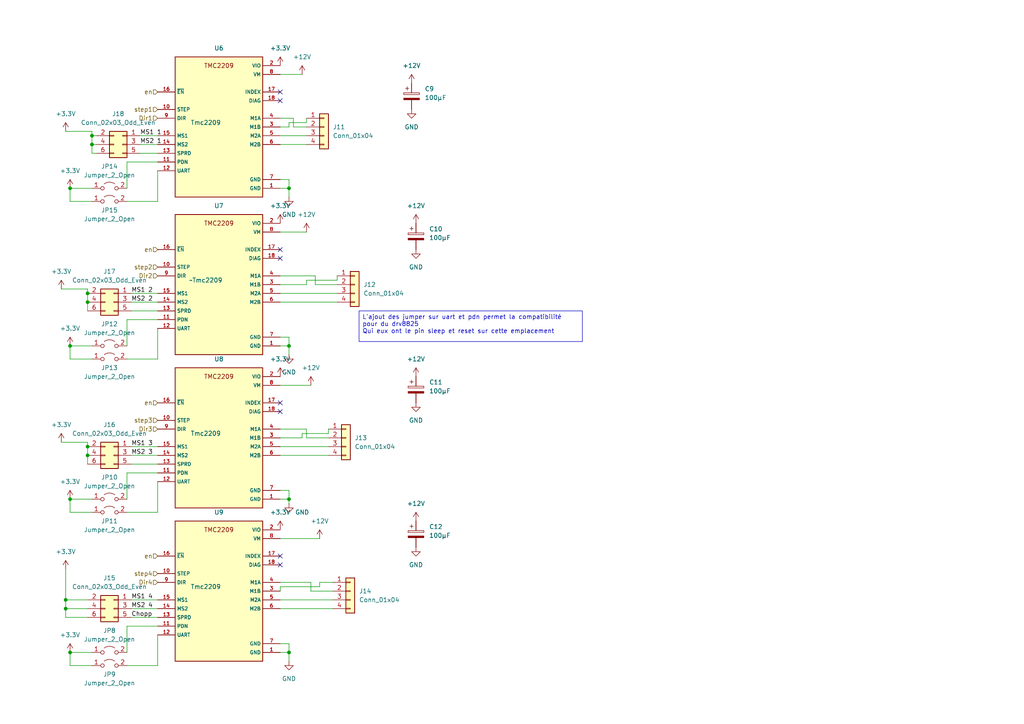
<source format=kicad_sch>
(kicad_sch (version 20230121) (generator eeschema)
  (paper "A4")
  (lib_symbols
    (symbol "Connector_Generic:Conn_01x04" (pin_names (offset 1.016) hide)
      (property "Reference" "J" (at 0 5.08 0))
      (property "Value" "Conn_01x04" (at 0 -7.62 0))
      (symbol "Conn_01x04_1_1"
        (rectangle (start -1.27 -4.953) (end 0 -5.207) (stroke (width 0.1524)))
        (rectangle (start -1.27 -2.413) (end 0 -2.667) (stroke (width 0.1524)))
        (rectangle (start -1.27 0.127) (end 0 -0.127) (stroke (width 0.1524)))
        (rectangle (start -1.27 2.667) (end 0 2.413) (stroke (width 0.1524)))
        (rectangle (start -1.27 3.81) (end 1.27 -6.35) (stroke (width 0.254)) (fill (type background)))
        (pin passive line (at -5.08 2.54 0) (length 3.81) (name "Pin_1") (number "1"))
        (pin passive line (at -5.08 0 0) (length 3.81) (name "Pin_2") (number "2"))
        (pin passive line (at -5.08 -2.54 0) (length 3.81) (name "Pin_3") (number "3"))
        (pin passive line (at -5.08 -5.08 0) (length 3.81) (name "Pin_4") (number "4"))
      )
    )
    (symbol "Connector_Generic:Conn_02x03_Odd_Even" (pin_names (offset 1.016) hide)
      (property "Reference" "J" (at 1.27 5.08 0))
      (property "Value" "Conn_02x03_Odd_Even" (at 1.27 -5.08 0))
      (symbol "Conn_02x03_Odd_Even_1_1"
        (rectangle (start -1.27 -2.413) (end 0 -2.667) (stroke (width 0.1524)))
        (rectangle (start -1.27 0.127) (end 0 -0.127) (stroke (width 0.1524)))
        (rectangle (start -1.27 2.667) (end 0 2.413) (stroke (width 0.1524)))
        (rectangle (start -1.27 3.81) (end 3.81 -3.81) (stroke (width 0.254)) (fill (type background)))
        (rectangle (start 3.81 -2.413) (end 2.54 -2.667) (stroke (width 0.1524)))
        (rectangle (start 3.81 0.127) (end 2.54 -0.127) (stroke (width 0.1524)))
        (rectangle (start 3.81 2.667) (end 2.54 2.413) (stroke (width 0.1524)))
        (pin passive line (at -5.08 2.54 0) (length 3.81) (name "Pin_1") (number "1"))
        (pin passive line (at 7.62 2.54 180) (length 3.81) (name "Pin_2") (number "2"))
        (pin passive line (at -5.08 0 0) (length 3.81) (name "Pin_3") (number "3"))
        (pin passive line (at 7.62 0 180) (length 3.81) (name "Pin_4") (number "4"))
        (pin passive line (at -5.08 -2.54 0) (length 3.81) (name "Pin_5") (number "5"))
        (pin passive line (at 7.62 -2.54 180) (length 3.81) (name "Pin_6") (number "6"))
      )
    )
    (symbol "Device:C_Polarized" (pin_numbers hide) (pin_names (offset 0.254))
      (property "Reference" "C" (at 0.635 2.54 0))
      (property "Value" "C_Polarized" (at 0.635 -2.54 0))
      (symbol "C_Polarized_0_1"
        (rectangle (start -2.286 0.508) (end 2.286 1.016))
        (polyline (pts (xy -1.778 2.286) (xy -0.762 2.286)))
        (polyline (pts (xy -1.27 2.794) (xy -1.27 1.778)))
        (rectangle (start 2.286 -0.508) (end -2.286 -1.016) (fill (type outline)))
      )
      (symbol "C_Polarized_1_1"
        (pin passive line (at 0 3.81 270) (length 2.794) (name "~") (number "1"))
        (pin passive line (at 0 -3.81 90) (length 2.794) (name "~") (number "2"))
      )
    )
    (symbol "Jumper:Jumper_2_Open" (pin_names (offset 0) hide)
      (property "Reference" "JP" (at 0 2.794 0))
      (property "Value" "Jumper_2_Open" (at 0 -2.286 0))
      (symbol "Jumper_2_Open_0_0"
        (circle (center -2.032 0) (radius 0.508))
        (circle (center 2.032 0) (radius 0.508))
      )
      (symbol "Jumper_2_Open_0_1"
        (arc (start 1.524 1.27) (mid 0 1.778) (end -1.524 1.27))
      )
      (symbol "Jumper_2_Open_1_1"
        (pin passive line (at -5.08 0 0) (length 2.54) (name "A") (number "1"))
        (pin passive line (at 5.08 0 180) (length 2.54) (name "B") (number "2"))
      )
    )
    (symbol "TMC22XX_BreakOut_1"
      (property "Reference" "U" (at 0 21.59 0))
      (symbol "TMC22XX_BreakOut_1_0_0"
        (rectangle (start -12.7 19.05) (end 12.7 -21.59) (stroke (width 0.254)) (fill (type background)))
        (pin power_in line (at 17.78 -19.05 180) (length 5.08) (name "GND") (number "1"))
        (pin input line (at -17.78 3.81 0) (length 5.08) (name "STEP") (number "10"))
        (pin bidirectional line (at -17.78 -11.43 0) (length 5.08) (name "PDN") (number "11"))
        (pin bidirectional line (at -17.78 -13.97 0) (length 5.08) (name "UART") (number "12"))
        (pin input line (at -17.78 -8.89 0) (length 5.08) (name "SPRD") (number "13"))
        (pin input line (at -17.78 -6.35 0) (length 5.08) (name "MS2") (number "14"))
        (pin input line (at -17.78 -3.81 0) (length 5.08) (name "MS1") (number "15"))
        (pin input line (at -17.78 8.89 0) (length 5.08) (name "~{EN}") (number "16"))
        (pin output line (at 17.78 8.89 180) (length 5.08) (name "INDEX") (number "17"))
        (pin output line (at 17.78 6.35 180) (length 5.08) (name "DIAG") (number "18"))
        (pin power_in line (at 17.78 16.51 180) (length 5.08) (name "VIO") (number "2"))
        (pin output line (at 17.78 -1.27 180) (length 5.08) (name "M1B") (number "3"))
        (pin output line (at 17.78 1.27 180) (length 5.08) (name "M1A") (number "4"))
        (pin output line (at 17.78 -3.81 180) (length 5.08) (name "M2A") (number "5"))
        (pin output line (at 17.78 -6.35 180) (length 5.08) (name "M2B") (number "6"))
        (pin power_in line (at 17.78 -16.51 180) (length 5.08) (name "GND") (number "7"))
        (pin power_in line (at 17.78 13.97 180) (length 5.08) (name "VM") (number "8"))
        (pin input line (at -17.78 1.27 0) (length 5.08) (name "DIR") (number "9"))
      )
      (symbol "TMC22XX_BreakOut_1_1_1"
        (text "TMC2209\n" (at 0 16.51 0) (effects (font (size 1.27 1.27))))
      )
    )
    (symbol "TMC22XX_BreakOut_2"
      (property "Reference" "U" (at 0 21.59 0))
      (symbol "TMC22XX_BreakOut_2_0_0"
        (rectangle (start -12.7 19.05) (end 12.7 -21.59) (stroke (width 0.254)) (fill (type background)))
        (pin power_in line (at 17.78 -19.05 180) (length 5.08) (name "GND") (number "1"))
        (pin input line (at -17.78 3.81 0) (length 5.08) (name "STEP") (number "10"))
        (pin bidirectional line (at -17.78 -11.43 0) (length 5.08) (name "PDN") (number "11"))
        (pin bidirectional line (at -17.78 -13.97 0) (length 5.08) (name "UART") (number "12"))
        (pin input line (at -17.78 -8.89 0) (length 5.08) (name "SPRD") (number "13"))
        (pin input line (at -17.78 -6.35 0) (length 5.08) (name "MS2") (number "14"))
        (pin input line (at -17.78 -3.81 0) (length 5.08) (name "MS1") (number "15"))
        (pin input line (at -17.78 8.89 0) (length 5.08) (name "~{EN}") (number "16"))
        (pin output line (at 17.78 8.89 180) (length 5.08) (name "INDEX") (number "17"))
        (pin output line (at 17.78 6.35 180) (length 5.08) (name "DIAG") (number "18"))
        (pin power_in line (at 17.78 16.51 180) (length 5.08) (name "VIO") (number "2"))
        (pin output line (at 17.78 -1.27 180) (length 5.08) (name "M1B") (number "3"))
        (pin output line (at 17.78 1.27 180) (length 5.08) (name "M1A") (number "4"))
        (pin output line (at 17.78 -3.81 180) (length 5.08) (name "M2A") (number "5"))
        (pin output line (at 17.78 -6.35 180) (length 5.08) (name "M2B") (number "6"))
        (pin power_in line (at 17.78 -16.51 180) (length 5.08) (name "GND") (number "7"))
        (pin power_in line (at 17.78 13.97 180) (length 5.08) (name "VM") (number "8"))
        (pin input line (at -17.78 1.27 0) (length 5.08) (name "DIR") (number "9"))
      )
      (symbol "TMC22XX_BreakOut_2_1_1"
        (text "TMC2209\n" (at 0 16.51 0) (effects (font (size 1.27 1.27))))
      )
    )
    (symbol "TMC22XX_BreakOut_3"
      (property "Reference" "U" (at 0 21.59 0))
      (symbol "TMC22XX_BreakOut_3_0_0"
        (rectangle (start -12.7 19.05) (end 12.7 -21.59) (stroke (width 0.254)) (fill (type background)))
        (pin power_in line (at 17.78 -19.05 180) (length 5.08) (name "GND") (number "1"))
        (pin input line (at -17.78 3.81 0) (length 5.08) (name "STEP") (number "10"))
        (pin bidirectional line (at -17.78 -11.43 0) (length 5.08) (name "PDN") (number "11"))
        (pin bidirectional line (at -17.78 -13.97 0) (length 5.08) (name "UART") (number "12"))
        (pin input line (at -17.78 -8.89 0) (length 5.08) (name "SPRD") (number "13"))
        (pin input line (at -17.78 -6.35 0) (length 5.08) (name "MS2") (number "14"))
        (pin input line (at -17.78 -3.81 0) (length 5.08) (name "MS1") (number "15"))
        (pin input line (at -17.78 8.89 0) (length 5.08) (name "~{EN}") (number "16"))
        (pin output line (at 17.78 8.89 180) (length 5.08) (name "INDEX") (number "17"))
        (pin output line (at 17.78 6.35 180) (length 5.08) (name "DIAG") (number "18"))
        (pin power_in line (at 17.78 16.51 180) (length 5.08) (name "VIO") (number "2"))
        (pin output line (at 17.78 -1.27 180) (length 5.08) (name "M1B") (number "3"))
        (pin output line (at 17.78 1.27 180) (length 5.08) (name "M1A") (number "4"))
        (pin output line (at 17.78 -3.81 180) (length 5.08) (name "M2A") (number "5"))
        (pin output line (at 17.78 -6.35 180) (length 5.08) (name "M2B") (number "6"))
        (pin power_in line (at 17.78 -16.51 180) (length 5.08) (name "GND") (number "7"))
        (pin power_in line (at 17.78 13.97 180) (length 5.08) (name "VM") (number "8"))
        (pin input line (at -17.78 1.27 0) (length 5.08) (name "DIR") (number "9"))
      )
      (symbol "TMC22XX_BreakOut_3_1_1"
        (text "TMC2209\n" (at 0 16.51 0) (effects (font (size 1.27 1.27))))
      )
    )
    (symbol "Tmc:TMC22XX_BreakOut"
      (property "Reference" "U" (at 0 21.59 0))
      (symbol "TMC22XX_BreakOut_0_0"
        (rectangle (start -12.7 19.05) (end 12.7 -21.59) (stroke (width 0.254)) (fill (type background)))
        (pin power_in line (at 17.78 -19.05 180) (length 5.08) (name "GND") (number "1"))
        (pin input line (at -17.78 3.81 0) (length 5.08) (name "STEP") (number "10"))
        (pin bidirectional line (at -17.78 -11.43 0) (length 5.08) (name "PDN") (number "11"))
        (pin bidirectional line (at -17.78 -13.97 0) (length 5.08) (name "UART") (number "12"))
        (pin input line (at -17.78 -8.89 0) (length 5.08) (name "SPRD") (number "13"))
        (pin input line (at -17.78 -6.35 0) (length 5.08) (name "MS2") (number "14"))
        (pin input line (at -17.78 -3.81 0) (length 5.08) (name "MS1") (number "15"))
        (pin input line (at -17.78 8.89 0) (length 5.08) (name "~{EN}") (number "16"))
        (pin output line (at 17.78 8.89 180) (length 5.08) (name "INDEX") (number "17"))
        (pin output line (at 17.78 6.35 180) (length 5.08) (name "DIAG") (number "18"))
        (pin power_in line (at 17.78 16.51 180) (length 5.08) (name "VIO") (number "2"))
        (pin output line (at 17.78 -1.27 180) (length 5.08) (name "M1B") (number "3"))
        (pin output line (at 17.78 1.27 180) (length 5.08) (name "M1A") (number "4"))
        (pin output line (at 17.78 -3.81 180) (length 5.08) (name "M2A") (number "5"))
        (pin output line (at 17.78 -6.35 180) (length 5.08) (name "M2B") (number "6"))
        (pin power_in line (at 17.78 -16.51 180) (length 5.08) (name "GND") (number "7"))
        (pin power_in line (at 17.78 13.97 180) (length 5.08) (name "VM") (number "8"))
        (pin input line (at -17.78 1.27 0) (length 5.08) (name "DIR") (number "9"))
      )
      (symbol "TMC22XX_BreakOut_1_1"
        (text "TMC2209\n" (at 0 16.51 0) (effects (font (size 1.27 1.27))))
      )
    )
    (symbol "power:+12V" (power) (pin_names (offset 0))
      (property "Value" "+12V" (at 0 3.556 0))
      (symbol "+12V_0_1"
        (polyline (pts (xy -0.762 1.27) (xy 0 2.54)))
        (polyline (pts (xy 0 0) (xy 0 2.54)))
        (polyline (pts (xy 0 2.54) (xy 0.762 1.27)))
      )
      (symbol "+12V_1_1"
        (pin power_in line (at 0 0 90) (length 0) hide (name "+12V") (number "1"))
      )
    )
    (symbol "power:+3.3V" (power) (pin_names (offset 0))
      (property "Value" "+3.3V" (at 0 3.556 0))
      (symbol "+3.3V_0_1"
        (polyline (pts (xy -0.762 1.27) (xy 0 2.54)))
        (polyline (pts (xy 0 0) (xy 0 2.54)))
        (polyline (pts (xy 0 2.54) (xy 0.762 1.27)))
      )
      (symbol "+3.3V_1_1"
        (pin power_in line (at 0 0 90) (length 0) hide (name "+3.3V") (number "1"))
      )
    )
    (symbol "power:GND" (power) (pin_names (offset 0))
      (property "Value" "GND" (at 0 -3.81 0))
      (symbol "GND_0_1"
        (polyline (pts (xy 0 0) (xy 0 -1.27) (xy 1.27 -1.27) (xy 0 -2.54) (xy -1.27 -1.27) (xy 0 -1.27)))
      )
      (symbol "GND_1_1"
        (pin power_in line (at 0 0 270) (length 0) hide (name "GND") (number "1"))
      )
    )
  )
  (junction (at 20.32 144.78))
  (junction (at 19.05 173.99))
  (junction (at 19.05 176.53))
  (junction (at 26.67 41.91))
  (junction (at 25.4 129.54))
  (junction (at 26.67 39.37))
  (junction (at 83.82 189.23))
  (junction (at 25.4 132.08))
  (junction (at 83.82 100.33))
  (junction (at 83.82 144.78))
  (junction (at 20.32 54.61))
  (junction (at 20.32 189.23))
  (junction (at 83.82 54.61))
  (junction (at 25.4 87.63))
  (junction (at 20.32 100.33))
  (junction (at 25.4 85.09))
  (no_connect (at 81.28 74.93))
  (no_connect (at 81.28 163.83))
  (no_connect (at 81.28 119.38))
  (no_connect (at 81.28 72.39))
  (no_connect (at 81.28 116.84))
  (no_connect (at 81.28 26.67))
  (no_connect (at 81.28 161.29))
  (no_connect (at 81.28 29.21))
  (wire (pts (xy 27.94 39.37) (xy 26.67 39.37)))
  (wire (pts (xy 91.44 82.55) (xy 97.79 82.55)))
  (wire (pts (xy 20.32 100.33) (xy 26.67 100.33)))
  (wire (pts (xy 90.17 111.76) (xy 81.28 111.76)))
  (wire (pts (xy 83.82 142.24) (xy 81.28 142.24)))
  (wire (pts (xy 25.4 129.54) (xy 25.4 132.08)))
  (wire (pts (xy 26.67 44.45) (xy 27.94 44.45)))
  (wire (pts (xy 19.05 173.99) (xy 25.4 173.99)))
  (wire (pts (xy 36.83 58.42) (xy 45.72 58.42)))
  (wire (pts (xy 38.1 87.63) (xy 45.72 87.63)))
  (wire (pts (xy 83.82 186.69) (xy 81.28 186.69)))
  (wire (pts (xy 83.82 142.24) (xy 83.82 144.78)))
  (wire (pts (xy 45.72 137.16) (xy 36.83 137.16)))
  (wire (pts (xy 26.67 41.91) (xy 26.67 44.45)))
  (wire (pts (xy 17.78 83.82) (xy 25.4 83.82)))
  (wire (pts (xy 40.64 39.37) (xy 45.72 39.37)))
  (wire (pts (xy 81.28 124.46) (xy 88.9 124.46)))
  (wire (pts (xy 19.05 165.1) (xy 19.05 173.99)))
  (wire (pts (xy 90.17 168.91) (xy 90.17 171.45)))
  (wire (pts (xy 87.63 125.73) (xy 95.25 125.73)))
  (wire (pts (xy 83.82 54.61) (xy 81.28 54.61)))
  (wire (pts (xy 36.83 92.71) (xy 36.83 100.33)))
  (wire (pts (xy 27.94 41.91) (xy 26.67 41.91)))
  (wire (pts (xy 25.4 83.82) (xy 25.4 85.09)))
  (wire (pts (xy 20.32 189.23) (xy 26.67 189.23)))
  (wire (pts (xy 83.82 189.23) (xy 81.28 189.23)))
  (wire (pts (xy 88.9 67.31) (xy 81.28 67.31)))
  (wire (pts (xy 88.9 124.46) (xy 88.9 127)))
  (wire (pts (xy 96.52 173.99) (xy 81.28 173.99)))
  (wire (pts (xy 83.82 100.33) (xy 83.82 102.87)))
  (wire (pts (xy 38.1 85.09) (xy 45.72 85.09)))
  (wire (pts (xy 88.9 39.37) (xy 81.28 39.37)))
  (wire (pts (xy 96.52 176.53) (xy 81.28 176.53)))
  (wire (pts (xy 91.44 80.01) (xy 91.44 82.55)))
  (wire (pts (xy 88.9 81.28) (xy 97.79 81.28)))
  (wire (pts (xy 81.28 82.55) (xy 88.9 82.55)))
  (wire (pts (xy 81.28 80.01) (xy 91.44 80.01)))
  (wire (pts (xy 81.28 170.18) (xy 81.28 171.45)))
  (wire (pts (xy 38.1 176.53) (xy 45.72 176.53)))
  (wire (pts (xy 83.82 52.07) (xy 81.28 52.07)))
  (wire (pts (xy 26.67 39.37) (xy 26.67 41.91)))
  (wire (pts (xy 26.67 58.42) (xy 20.32 58.42)))
  (wire (pts (xy 81.28 127) (xy 87.63 127)))
  (wire (pts (xy 40.64 44.45) (xy 45.72 44.45)))
  (wire (pts (xy 38.1 134.62) (xy 45.72 134.62)))
  (wire (pts (xy 83.82 35.56) (xy 88.9 35.56)))
  (wire (pts (xy 83.82 97.79) (xy 83.82 100.33)))
  (wire (pts (xy 36.83 181.61) (xy 36.83 189.23)))
  (wire (pts (xy 96.52 168.91) (xy 92.71 168.91)))
  (wire (pts (xy 45.72 46.99) (xy 36.83 46.99)))
  (wire (pts (xy 85.09 36.83) (xy 88.9 36.83)))
  (wire (pts (xy 36.83 148.59) (xy 45.72 148.59)))
  (wire (pts (xy 38.1 179.07) (xy 45.72 179.07)))
  (wire (pts (xy 26.67 104.14) (xy 20.32 104.14)))
  (wire (pts (xy 20.32 58.42) (xy 20.32 54.61)))
  (wire (pts (xy 83.82 144.78) (xy 81.28 144.78)))
  (wire (pts (xy 83.82 189.23) (xy 83.82 191.77)))
  (wire (pts (xy 36.83 193.04) (xy 45.72 193.04)))
  (wire (pts (xy 38.1 129.54) (xy 45.72 129.54)))
  (wire (pts (xy 81.28 34.29) (xy 85.09 34.29)))
  (wire (pts (xy 40.64 41.91) (xy 45.72 41.91)))
  (wire (pts (xy 19.05 173.99) (xy 19.05 176.53)))
  (wire (pts (xy 97.79 85.09) (xy 81.28 85.09)))
  (wire (pts (xy 88.9 41.91) (xy 81.28 41.91)))
  (wire (pts (xy 36.83 137.16) (xy 36.83 144.78)))
  (wire (pts (xy 83.82 54.61) (xy 83.82 57.15)))
  (wire (pts (xy 83.82 144.78) (xy 83.82 146.05)))
  (wire (pts (xy 81.28 168.91) (xy 90.17 168.91)))
  (wire (pts (xy 83.82 52.07) (xy 83.82 54.61)))
  (wire (pts (xy 81.28 36.83) (xy 83.82 36.83)))
  (wire (pts (xy 97.79 81.28) (xy 97.79 80.01)))
  (wire (pts (xy 83.82 186.69) (xy 83.82 189.23)))
  (wire (pts (xy 19.05 176.53) (xy 19.05 179.07)))
  (wire (pts (xy 36.83 46.99) (xy 36.83 54.61)))
  (wire (pts (xy 83.82 100.33) (xy 81.28 100.33)))
  (wire (pts (xy 83.82 36.83) (xy 83.82 35.56)))
  (wire (pts (xy 20.32 193.04) (xy 20.32 189.23)))
  (wire (pts (xy 19.05 176.53) (xy 25.4 176.53)))
  (wire (pts (xy 20.32 144.78) (xy 26.67 144.78)))
  (wire (pts (xy 83.82 97.79) (xy 81.28 97.79)))
  (wire (pts (xy 90.17 171.45) (xy 96.52 171.45)))
  (wire (pts (xy 97.79 87.63) (xy 81.28 87.63)))
  (wire (pts (xy 95.25 132.08) (xy 81.28 132.08)))
  (wire (pts (xy 38.1 173.99) (xy 45.72 173.99)))
  (wire (pts (xy 25.4 128.27) (xy 25.4 129.54)))
  (wire (pts (xy 20.32 54.61) (xy 26.67 54.61)))
  (wire (pts (xy 38.1 132.08) (xy 45.72 132.08)))
  (wire (pts (xy 85.09 34.29) (xy 85.09 36.83)))
  (wire (pts (xy 26.67 38.1) (xy 26.67 39.37)))
  (wire (pts (xy 19.05 38.1) (xy 26.67 38.1)))
  (wire (pts (xy 45.72 181.61) (xy 36.83 181.61)))
  (wire (pts (xy 88.9 127) (xy 95.25 127)))
  (wire (pts (xy 45.72 193.04) (xy 45.72 184.15)))
  (wire (pts (xy 92.71 156.21) (xy 81.28 156.21)))
  (wire (pts (xy 87.63 127) (xy 87.63 125.73)))
  (wire (pts (xy 95.25 125.73) (xy 95.25 124.46)))
  (wire (pts (xy 88.9 35.56) (xy 88.9 34.29)))
  (wire (pts (xy 45.72 148.59) (xy 45.72 139.7)))
  (wire (pts (xy 20.32 104.14) (xy 20.32 100.33)))
  (wire (pts (xy 92.71 168.91) (xy 92.71 170.18)))
  (wire (pts (xy 25.4 85.09) (xy 25.4 87.63)))
  (wire (pts (xy 45.72 92.71) (xy 36.83 92.71)))
  (wire (pts (xy 45.72 104.14) (xy 45.72 95.25)))
  (wire (pts (xy 36.83 104.14) (xy 45.72 104.14)))
  (wire (pts (xy 45.72 58.42) (xy 45.72 49.53)))
  (wire (pts (xy 19.05 179.07) (xy 25.4 179.07)))
  (wire (pts (xy 17.78 128.27) (xy 25.4 128.27)))
  (wire (pts (xy 95.25 129.54) (xy 81.28 129.54)))
  (wire (pts (xy 25.4 87.63) (xy 25.4 90.17)))
  (wire (pts (xy 26.67 148.59) (xy 20.32 148.59)))
  (wire (pts (xy 92.71 170.18) (xy 81.28 170.18)))
  (wire (pts (xy 25.4 132.08) (xy 25.4 134.62)))
  (wire (pts (xy 26.67 193.04) (xy 20.32 193.04)))
  (wire (pts (xy 20.32 148.59) (xy 20.32 144.78)))
  (wire (pts (xy 87.63 21.59) (xy 81.28 21.59)))
  (wire (pts (xy 88.9 82.55) (xy 88.9 81.28)))
  (wire (pts (xy 38.1 90.17) (xy 45.72 90.17)))
  (text_box "L'ajout des jumper sur uart et pdn permet la compatibilité pour du drv8825\nQui eux ont le pin sleep et reset sur cette emplacement" (at 104.14 90.17 0) (size 64.77 8.89) (effects (font (size 1.27 1.27)) (justify left top)))
  (label "MS1 2" (at 38.1 85.09 0))
  (label "Chopp" (at 38.1 179.07 0))
  (label "MS2 2" (at 38.1 87.63 0))
  (label "MS1 3" (at 38.1 129.54 0))
  (label "MS2 3" (at 38.1 132.08 0))
  (label "MS2 4" (at 38.1 176.53 0))
  (label "MS2 1" (at 40.64 41.91 0))
  (label "MS1 4" (at 38.1 173.99 0))
  (label "MS1 1" (at 40.64 39.37 0))
  (hierarchical_label "Dir2" (shape input) (at 45.72 80.01 180))
  (hierarchical_label "step1" (shape input) (at 45.72 31.75 180))
  (hierarchical_label "step3" (shape input) (at 45.72 121.92 180))
  (hierarchical_label "Dir1" (shape input) (at 45.72 34.29 180))
  (hierarchical_label "en" (shape input) (at 45.72 26.67 180))
  (hierarchical_label "en" (shape input) (at 45.72 161.29 180))
  (hierarchical_label "Dir4" (shape input) (at 45.72 168.91 180))
  (hierarchical_label "en" (shape input) (at 45.72 72.39 180))
  (hierarchical_label "step4" (shape input) (at 45.72 166.37 180))
  (hierarchical_label "step2" (shape input) (at 45.72 77.47 180))
  (hierarchical_label "Dir3" (shape input) (at 45.72 124.46 180))
  (hierarchical_label "en" (shape input) (at 45.72 116.84 180))
  (symbol (lib_id "Jumper:Jumper_2_Open") (at 31.75 193.04 0) (unit 1)
    (property "Reference" "JP9" (at 31.75 195.58 0))
    (property "Value" "Jumper_2_Open" (at 31.75 198.12 0))
    (property "Footprint" "Jumper:SolderJumper-2_P1.3mm_Open_Pad1.0x1.5mm" (effects hide))
  )
  (symbol (lib_id "Jumper:Jumper_2_Open") (at 31.75 148.59 0) (unit 1)
    (property "Reference" "JP11" (at 31.75 151.13 0))
    (property "Value" "Jumper_2_Open" (at 31.75 153.67 0))
    (property "Footprint" "Jumper:SolderJumper-2_P1.3mm_Open_Pad1.0x1.5mm" (effects hide))
  )
  (symbol (lib_id "power:+12V") (at 90.17 111.76 0) (unit 1)
    (property "Reference" "#PWR045" (effects hide))
    (property "Value" "+12V" (at 90.17 106.68 0))
  )
  (symbol (lib_id "Jumper:Jumper_2_Open") (at 31.75 58.42 0) (unit 1)
    (property "Reference" "JP15" (at 31.75 60.96 0))
    (property "Value" "Jumper_2_Open" (at 31.75 63.5 0))
    (property "Footprint" "Jumper:SolderJumper-2_P1.3mm_Open_Pad1.0x1.5mm" (effects hide))
  )
  (symbol (lib_id "power:+12V") (at 92.71 156.21 0) (unit 1)
    (property "Reference" "#PWR046" (effects hide))
    (property "Value" "+12V" (at 92.71 151.13 0))
  )
  (symbol (lib_id "Connector_Generic:Conn_01x04") (at 100.33 127 0) (unit 1)
    (property "Reference" "J13" (at 102.87 127 0) (effects (justify left)))
    (property "Value" "Conn_01x04" (at 102.87 129.54 0) (effects (justify left)))
    (property "Footprint" "Connector_Molex:Molex_KK-254_AE-6410-04A_1x04_P2.54mm_Vertical" (effects hide))
  )
  (symbol (lib_id "Device:C_Polarized") (at 120.65 68.58 0) (unit 1)
    (property "Reference" "C10" (at 124.46 66.421 0) (effects (justify left)))
    (property "Value" "100µF" (at 124.46 68.961 0) (effects (justify left)))
    (property "Footprint" "Capacitor_SMD:CP_Elec_10x10.5" (effects hide))
  )
  (symbol (lib_id "Connector_Generic:Conn_02x03_Odd_Even") (at 33.02 87.63 0) (mirror y) (unit 1)
    (property "Reference" "J17" (at 31.75 78.74 0))
    (property "Value" "Conn_02x03_Odd_Even" (at 31.75 81.28 0))
    (property "Footprint" "Connector_PinHeader_2.54mm:PinHeader_2x03_P2.54mm_Vertical" (effects hide))
  )
  (symbol (lib_id "power:GND") (at 120.65 116.84 0) (unit 1)
    (property "Reference" "#PWR090" (effects hide))
    (property "Value" "GND" (at 120.65 121.92 0))
  )
  (symbol (lib_id "Device:C_Polarized") (at 120.65 113.03 0) (unit 1)
    (property "Reference" "C11" (at 124.46 110.871 0) (effects (justify left)))
    (property "Value" "100µF" (at 124.46 113.411 0) (effects (justify left)))
    (property "Footprint" "Capacitor_SMD:CP_Elec_10x10.5" (effects hide))
  )
  (symbol (lib_id "Connector_Generic:Conn_01x04") (at 101.6 171.45 0) (unit 1)
    (property "Reference" "J14" (at 104.14 171.45 0) (effects (justify left)))
    (property "Value" "Conn_01x04" (at 104.14 173.99 0) (effects (justify left)))
    (property "Footprint" "Connector_Molex:Molex_KK-254_AE-6410-04A_1x04_P2.54mm_Vertical" (effects hide))
  )
  (symbol (lib_id "Connector_Generic:Conn_02x03_Odd_Even") (at 33.02 132.08 0) (mirror y) (unit 1)
    (property "Reference" "J16" (at 31.75 123.19 0))
    (property "Value" "Conn_02x03_Odd_Even" (at 31.75 125.73 0))
    (property "Footprint" "Connector_PinHeader_2.54mm:PinHeader_2x03_P2.54mm_Vertical" (effects hide))
  )
  (symbol (lib_id "power:GND") (at 83.82 57.15 0) (unit 1)
    (property "Reference" "#PWR038" (effects hide))
    (property "Value" "GND" (at 83.82 62.23 0))
  )
  (symbol (lib_id "power:+12V") (at 88.9 67.31 0) (unit 1)
    (property "Reference" "#PWR044" (effects hide))
    (property "Value" "+12V" (at 88.9 62.23 0))
  )
  (symbol (lib_id "Jumper:Jumper_2_Open") (at 31.75 144.78 0) (unit 1)
    (property "Reference" "JP10" (at 31.75 138.43 0))
    (property "Value" "Jumper_2_Open" (at 31.75 140.97 0))
    (property "Footprint" "Jumper:SolderJumper-2_P1.3mm_Open_Pad1.0x1.5mm" (effects hide))
  )
  (symbol (lib_id "Connector_Generic:Conn_02x03_Odd_Even") (at 33.02 176.53 0) (mirror y) (unit 1)
    (property "Reference" "J15" (at 31.75 167.64 0))
    (property "Value" "Conn_02x03_Odd_Even" (at 31.75 170.18 0))
    (property "Footprint" "Connector_PinHeader_2.54mm:PinHeader_2x03_P2.54mm_Vertical" (effects hide))
  )
  (symbol (lib_id "power:+3.3V") (at 20.32 144.78 0) (unit 1)
    (property "Reference" "#PWR052" (effects hide))
    (property "Value" "+3.3V" (at 20.32 139.7 0))
  )
  (symbol (lib_id "power:GND") (at 83.82 102.87 0) (unit 1)
    (property "Reference" "#PWR037" (effects hide))
    (property "Value" "GND" (at 83.82 107.95 0))
  )
  (symbol (lib_id "Connector_Generic:Conn_01x04") (at 93.98 36.83 0) (unit 1)
    (property "Reference" "J11" (at 96.52 36.83 0) (effects (justify left)))
    (property "Value" "Conn_01x04" (at 96.52 39.37 0) (effects (justify left)))
    (property "Footprint" "Connector_Molex:Molex_KK-254_AE-6410-04A_1x04_P2.54mm_Vertical" (effects hide))
  )
  (symbol (lib_id "power:+12V") (at 120.65 109.22 0) (unit 1)
    (property "Reference" "#PWR085" (effects hide))
    (property "Value" "+12V" (at 120.65 104.14 0))
  )
  (symbol (lib_id "power:GND") (at 83.82 191.77 0) (unit 1)
    (property "Reference" "#PWR035" (effects hide))
    (property "Value" "GND" (at 83.82 196.85 0))
  )
  (symbol (lib_id "power:+12V") (at 120.65 151.13 0) (unit 1)
    (property "Reference" "#PWR084" (effects hide))
    (property "Value" "+12V" (at 120.65 146.05 0))
  )
  (symbol (lib_id "Device:C_Polarized") (at 119.38 27.94 0) (unit 1)
    (property "Reference" "C9" (at 123.19 25.781 0) (effects (justify left)))
    (property "Value" "100µF" (at 123.19 28.321 0) (effects (justify left)))
    (property "Footprint" "Capacitor_SMD:CP_Elec_10x10.5" (effects hide))
  )
  (symbol (lib_id "power:GND") (at 120.65 72.39 0) (unit 1)
    (property "Reference" "#PWR089" (effects hide))
    (property "Value" "GND" (at 120.65 77.47 0))
  )
  (symbol (lib_id "power:+12V") (at 119.38 24.13 0) (unit 1)
    (property "Reference" "#PWR087" (effects hide))
    (property "Value" "+12V" (at 119.38 19.05 0))
  )
  (symbol (lib_id "Connector_Generic:Conn_02x03_Odd_Even") (at 35.56 41.91 0) (mirror y) (unit 1)
    (property "Reference" "J18" (at 34.29 33.02 0))
    (property "Value" "Conn_02x03_Odd_Even" (at 34.29 35.56 0))
    (property "Footprint" "Connector_PinHeader_2.54mm:PinHeader_2x03_P2.54mm_Vertical" (effects hide))
  )
  (symbol (lib_id "power:+3.3V") (at 81.28 109.22 0) (unit 1)
    (property "Reference" "#PWR040" (effects hide))
    (property "Value" "+3.3V" (at 81.28 104.14 0))
  )
  (symbol (lib_name "TMC22XX_BreakOut_2") (lib_id "Tmc:TMC22XX_BreakOut") (at 63.5 81.28 0) (unit 1)
    (property "Reference" "U7" (at 63.5 59.69 0))
    (property "Value" "~Tmc2209" (at 59.69 81.28 0))
    (property "Footprint" "TMC:BOB_TMC2209_SILENTSTEPSTICK" (effects hide))
  )
  (symbol (lib_name "TMC22XX_BreakOut_3") (lib_id "Tmc:TMC22XX_BreakOut") (at 63.5 125.73 0) (unit 1)
    (property "Reference" "U8" (at 63.5 104.14 0))
    (property "Value" "Tmc2209" (at 59.69 125.73 0))
    (property "Footprint" "TMC:BOB_TMC2209_SILENTSTEPSTICK" (effects hide))
  )
  (symbol (lib_id "power:+3.3V") (at 81.28 153.67 0) (unit 1)
    (property "Reference" "#PWR039" (effects hide))
    (property "Value" "+3.3V" (at 81.28 148.59 0))
  )
  (symbol (lib_id "power:+3.3V") (at 19.05 165.1 0) (unit 1)
    (property "Reference" "#PWR047" (effects hide))
    (property "Value" "+3.3V" (at 19.05 160.02 0))
  )
  (symbol (lib_id "power:GND") (at 119.38 31.75 0) (unit 1)
    (property "Reference" "#PWR088" (effects hide))
    (property "Value" "GND" (at 119.38 36.83 0))
  )
  (symbol (lib_id "Device:C_Polarized") (at 120.65 154.94 0) (unit 1)
    (property "Reference" "C12" (at 124.46 152.781 0) (effects (justify left)))
    (property "Value" "100µF" (at 124.46 155.321 0) (effects (justify left)))
    (property "Footprint" "Capacitor_SMD:CP_Elec_10x10.5" (effects hide))
  )
  (symbol (lib_id "power:+3.3V") (at 81.28 64.77 0) (unit 1)
    (property "Reference" "#PWR041" (effects hide))
    (property "Value" "+3.3V" (at 81.28 59.69 0))
  )
  (symbol (lib_id "Jumper:Jumper_2_Open") (at 31.75 54.61 0) (unit 1)
    (property "Reference" "JP14" (at 31.75 48.26 0))
    (property "Value" "Jumper_2_Open" (at 31.75 50.8 0))
    (property "Footprint" "Jumper:SolderJumper-2_P1.3mm_Open_Pad1.0x1.5mm" (effects hide))
  )
  (symbol (lib_id "power:GND") (at 83.82 146.05 0) (unit 1)
    (property "Reference" "#PWR036" (effects hide))
    (property "Value" "GND" (at 87.63 148.59 0))
  )
  (symbol (lib_id "Jumper:Jumper_2_Open") (at 31.75 189.23 0) (unit 1)
    (property "Reference" "JP8" (at 31.75 182.88 0))
    (property "Value" "Jumper_2_Open" (at 31.75 185.42 0))
    (property "Footprint" "Jumper:SolderJumper-2_P1.3mm_Open_Pad1.0x1.5mm" (effects hide))
  )
  (symbol (lib_id "Connector_Generic:Conn_01x04") (at 102.87 82.55 0) (unit 1)
    (property "Reference" "J12" (at 105.41 82.55 0) (effects (justify left)))
    (property "Value" "Conn_01x04" (at 105.41 85.09 0) (effects (justify left)))
    (property "Footprint" "Connector_Molex:Molex_KK-254_AE-6410-04A_1x04_P2.54mm_Vertical" (effects hide))
  )
  (symbol (lib_name "TMC22XX_BreakOut_1") (lib_id "Tmc:TMC22XX_BreakOut") (at 63.5 35.56 0) (unit 1)
    (property "Reference" "U6" (at 63.5 13.97 0))
    (property "Value" "Tmc2209" (at 59.69 35.56 0))
    (property "Footprint" "TMC:BOB_TMC2209_SILENTSTEPSTICK" (effects hide))
  )
  (symbol (lib_id "Tmc:TMC22XX_BreakOut") (at 63.5 170.18 0) (unit 1)
    (property "Reference" "U9" (at 63.5 148.59 0))
    (property "Value" "Tmc2209" (at 59.69 170.18 0))
    (property "Footprint" "TMC:BOB_TMC2209_SILENTSTEPSTICK" (effects hide))
  )
  (symbol (lib_id "power:+12V") (at 120.65 64.77 0) (unit 1)
    (property "Reference" "#PWR086" (effects hide))
    (property "Value" "+12V" (at 120.65 59.69 0))
  )
  (symbol (lib_id "power:+3.3V") (at 19.05 38.1 0) (unit 1)
    (property "Reference" "#PWR050" (effects hide))
    (property "Value" "+3.3V" (at 19.05 33.02 0))
  )
  (symbol (lib_id "power:+3.3V") (at 17.78 83.82 0) (unit 1)
    (property "Reference" "#PWR049" (effects hide))
    (property "Value" "+3.3V" (at 17.78 78.74 0))
  )
  (symbol (lib_id "power:+3.3V") (at 81.28 19.05 0) (unit 1)
    (property "Reference" "#PWR042" (effects hide))
    (property "Value" "+3.3V" (at 81.28 13.97 0))
  )
  (symbol (lib_id "power:+12V") (at 87.63 21.59 0) (unit 1)
    (property "Reference" "#PWR043" (effects hide))
    (property "Value" "+12V" (at 87.63 16.51 0))
  )
  (symbol (lib_id "power:+3.3V") (at 17.78 128.27 0) (unit 1)
    (property "Reference" "#PWR048" (effects hide))
    (property "Value" "+3.3V" (at 17.78 123.19 0))
  )
  (symbol (lib_id "Jumper:Jumper_2_Open") (at 31.75 104.14 0) (unit 1)
    (property "Reference" "JP13" (at 31.75 106.68 0))
    (property "Value" "Jumper_2_Open" (at 31.75 109.22 0))
    (property "Footprint" "Jumper:SolderJumper-2_P1.3mm_Open_Pad1.0x1.5mm" (effects hide))
  )
  (symbol (lib_id "power:+3.3V") (at 20.32 189.23 0) (unit 1)
    (property "Reference" "#PWR051" (effects hide))
    (property "Value" "+3.3V" (at 20.32 184.15 0))
  )
  (symbol (lib_id "power:+3.3V") (at 20.32 54.61 0) (unit 1)
    (property "Reference" "#PWR054" (effects hide))
    (property "Value" "+3.3V" (at 20.32 49.53 0))
  )
  (symbol (lib_id "power:+3.3V") (at 20.32 100.33 0) (unit 1)
    (property "Reference" "#PWR053" (effects hide))
    (property "Value" "+3.3V" (at 20.32 95.25 0))
  )
  (symbol (lib_id "power:GND") (at 120.65 158.75 0) (unit 1)
    (property "Reference" "#PWR091" (effects hide))
    (property "Value" "GND" (at 120.65 163.83 0))
  )
  (symbol (lib_id "Jumper:Jumper_2_Open") (at 31.75 100.33 0) (unit 1)
    (property "Reference" "JP12" (at 31.75 93.98 0))
    (property "Value" "Jumper_2_Open" (at 31.75 96.52 0))
    (property "Footprint" "Jumper:SolderJumper-2_P1.3mm_Open_Pad1.0x1.5mm" (effects hide))
  )
)
</source>
